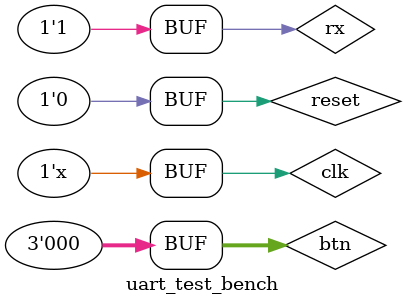
<source format=v>
`timescale 1ns / 1ps


module uart_test_bench;

	// Inputs
	reg clk;
	reg reset;
	reg rx;
	reg [2:0] btn;

	// Outputs
	wire tx;
	wire [3:0] an;
	wire [7:0] sseg;
	wire [7:0] led;

	// Instantiate the Unit Under Test (UUT)
	uart_test uut (
		.clk(clk), 
		.reset(reset), 
		.rx(rx), 
		.btn(btn), 
		.tx(tx), 
		.an(an), 
		.sseg(sseg), 
		.led(led)
	);

	initial begin
		// Initialize Inputs
		clk = 0;
		reset = 0;
		rx = 0;
		btn = 0;

		// Wait 100 ns for global reset to finish
		#100;
		rx=1;
		#100;
      rx=0;
		#100;
      rx=1;
        
		// Add stimulus here
	end
	
   always begin
	#5 clk=~clk;
	end

      
endmodule


</source>
